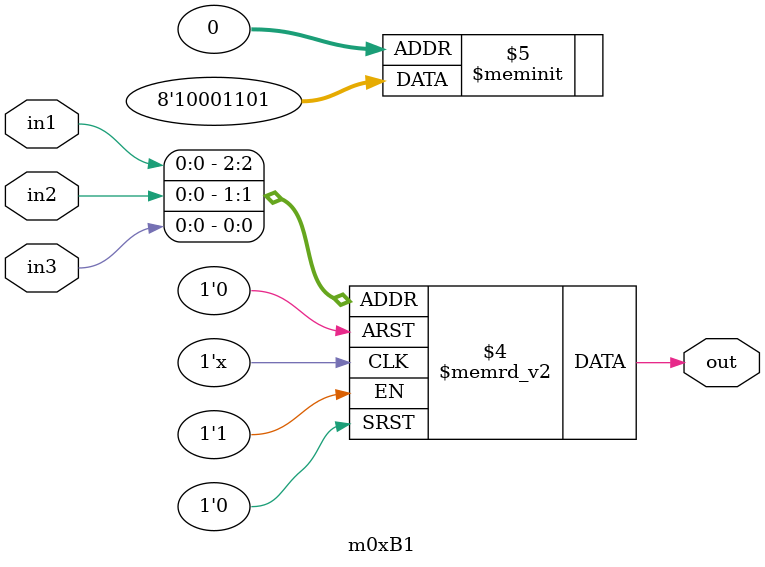
<source format=v>
module m0xB1(output out, input in1, in2, in3);

   always @(in1, in2, in3)
     begin
        case({in1, in2, in3})
          3'b000: {out} = 1'b1;
          3'b001: {out} = 1'b0;
          3'b010: {out} = 1'b1;
          3'b011: {out} = 1'b1;
          3'b100: {out} = 1'b0;
          3'b101: {out} = 1'b0;
          3'b110: {out} = 1'b0;
          3'b111: {out} = 1'b1;
        endcase // case ({in1, in2, in3})
     end // always @ (in1, in2, in3)

endmodule // m0xB1
</source>
